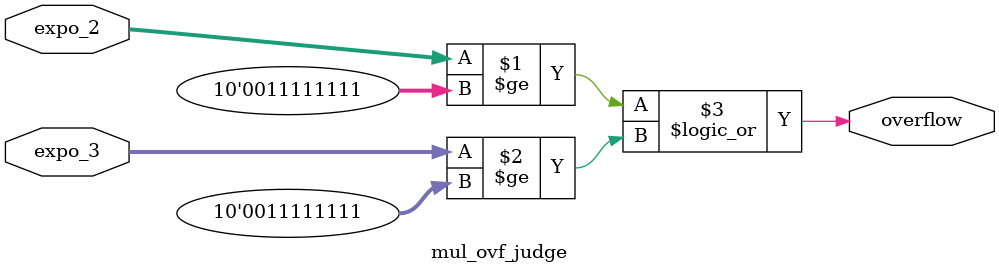
<source format=sv>
module mul_ovf_judge #(
    parameter EXPO_W=8
) (
    input  logic[EXPO_W + 1 : 0] expo_2,
    input  logic[EXPO_W + 1 : 0] expo_3,
    output logic                 overflow  
);
assign  overflow  =  (expo_2 >= 10'd255) || (expo_3 >= 10'd255)  ;
endmodule
</source>
